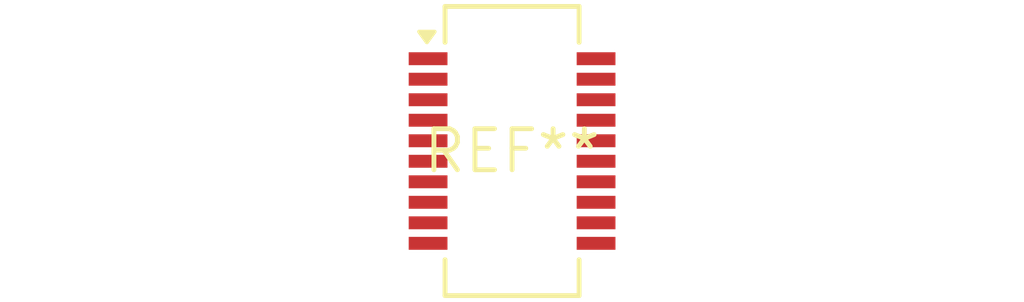
<source format=kicad_pcb>
(kicad_pcb (version 20240108) (generator pcbnew)
  (layers (0 "F.Cu" signal) (31 "B.Cu" signal) (34 "B.Paste" user) (35 "F.Paste" user) (36 "B.SilkS" user "B.Silkscreen") (37 "F.SilkS" user "F.Silkscreen") (38 "B.Mask" user) (39 "F.Mask" user) (44 "Edge.Cuts" user))
  (net 0 "")
  (footprint "SSOP-20_3.9x8.7mm_P0.635mm" (layer "F.Cu") (at 0 0)
    (property "Reference" "REF**")
    (property "Value" "SSOP-20_3.9x8.7mm_P0.635mm")
    (fp_line (start -2.075 -4.475) (end 2.075 -4.475) (layer "F.SilkS") (stroke (width 0.15)))
    (fp_line (start -2.075 -3.365) (end -2.075 -4.475) (layer "F.SilkS") (stroke (width 0.15)))
    (fp_line (start -2.075 4.475) (end -2.075 3.365) (layer "F.SilkS") (stroke (width 0.15)))
    (fp_line (start -2.075 4.475) (end 2.075 4.475) (layer "F.SilkS") (stroke (width 0.15)))
    (fp_line (start 2.075 -4.475) (end 2.075 -3.365) (layer "F.SilkS") (stroke (width 0.15)))
    (fp_line (start 2.075 4.475) (end 2.075 3.365) (layer "F.SilkS") (stroke (width 0.15)))
    (fp_poly (pts (xy -2.6375 -3.365) (xy -2.8775 -3.695) (xy -2.3975 -3.695) (xy -2.6375 -3.365)) (layer "F.SilkS") (stroke (width 0.12)) (fill solid))
    (pad "1" smd rect (at -2.6 -2.8575) (size 1.2 0.4) (layers "F.Cu" "F.Paste" "F.Mask"))
    (pad "2" smd rect (at -2.6 -2.2225) (size 1.2 0.4) (layers "F.Cu" "F.Paste" "F.Mask"))
    (pad "3" smd rect (at -2.6 -1.5875) (size 1.2 0.4) (layers "F.Cu" "F.Paste" "F.Mask"))
    (pad "4" smd rect (at -2.6 -0.9525) (size 1.2 0.4) (layers "F.Cu" "F.Paste" "F.Mask"))
    (pad "5" smd rect (at -2.6 -0.3175) (size 1.2 0.4) (layers "F.Cu" "F.Paste" "F.Mask"))
    (pad "6" smd rect (at -2.6 0.3175) (size 1.2 0.4) (layers "F.Cu" "F.Paste" "F.Mask"))
    (pad "7" smd rect (at -2.6 0.9525) (size 1.2 0.4) (layers "F.Cu" "F.Paste" "F.Mask"))
    (pad "8" smd rect (at -2.6 1.5875) (size 1.2 0.4) (layers "F.Cu" "F.Paste" "F.Mask"))
    (pad "9" smd rect (at -2.6 2.2225) (size 1.2 0.4) (layers "F.Cu" "F.Paste" "F.Mask"))
    (pad "10" smd rect (at -2.6 2.8575) (size 1.2 0.4) (layers "F.Cu" "F.Paste" "F.Mask"))
    (pad "11" smd rect (at 2.6 2.8575) (size 1.2 0.4) (layers "F.Cu" "F.Paste" "F.Mask"))
    (pad "12" smd rect (at 2.6 2.2225) (size 1.2 0.4) (layers "F.Cu" "F.Paste" "F.Mask"))
    (pad "13" smd rect (at 2.6 1.5875) (size 1.2 0.4) (layers "F.Cu" "F.Paste" "F.Mask"))
    (pad "14" smd rect (at 2.6 0.9525) (size 1.2 0.4) (layers "F.Cu" "F.Paste" "F.Mask"))
    (pad "15" smd rect (at 2.6 0.3175) (size 1.2 0.4) (layers "F.Cu" "F.Paste" "F.Mask"))
    (pad "16" smd rect (at 2.6 -0.3175) (size 1.2 0.4) (layers "F.Cu" "F.Paste" "F.Mask"))
    (pad "17" smd rect (at 2.6 -0.9525) (size 1.2 0.4) (layers "F.Cu" "F.Paste" "F.Mask"))
    (pad "18" smd rect (at 2.6 -1.5875) (size 1.2 0.4) (layers "F.Cu" "F.Paste" "F.Mask"))
    (pad "19" smd rect (at 2.6 -2.2225) (size 1.2 0.4) (layers "F.Cu" "F.Paste" "F.Mask"))
    (pad "20" smd rect (at 2.6 -2.8575) (size 1.2 0.4) (layers "F.Cu" "F.Paste" "F.Mask"))
  )
)
</source>
